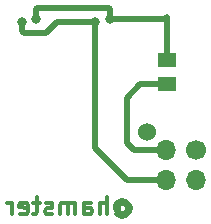
<source format=gbr>
G04 #@! TF.GenerationSoftware,KiCad,Pcbnew,(5.0.0-rc2-dev-321-g78161b592)*
G04 #@! TF.CreationDate,2018-07-11T23:16:50-06:00*
G04 #@! TF.ProjectId,dc801_sheep,64633830315F73686565702E6B696361,rev?*
G04 #@! TF.SameCoordinates,Original*
G04 #@! TF.FileFunction,Copper,L2,Bot,Signal*
G04 #@! TF.FilePolarity,Positive*
%FSLAX46Y46*%
G04 Gerber Fmt 4.6, Leading zero omitted, Abs format (unit mm)*
G04 Created by KiCad (PCBNEW (5.0.0-rc2-dev-321-g78161b592)) date 07/11/18 23:16:50*
%MOMM*%
%LPD*%
G01*
G04 APERTURE LIST*
%ADD10C,0.300000*%
%ADD11R,1.500000X1.145000*%
%ADD12O,1.700000X1.700000*%
%ADD13C,1.700000*%
%ADD14C,1.524000*%
%ADD15C,0.800000*%
%ADD16C,0.500000*%
G04 APERTURE END LIST*
D10*
X148028571Y-95564285D02*
X148100000Y-95492857D01*
X148242857Y-95421428D01*
X148385714Y-95421428D01*
X148528571Y-95492857D01*
X148600000Y-95564285D01*
X148671428Y-95707142D01*
X148671428Y-95850000D01*
X148600000Y-95992857D01*
X148528571Y-96064285D01*
X148385714Y-96135714D01*
X148242857Y-96135714D01*
X148100000Y-96064285D01*
X148028571Y-95992857D01*
X148028571Y-95421428D02*
X148028571Y-95992857D01*
X147957142Y-96064285D01*
X147885714Y-96064285D01*
X147742857Y-95992857D01*
X147671428Y-95850000D01*
X147671428Y-95492857D01*
X147814285Y-95278571D01*
X148028571Y-95135714D01*
X148314285Y-95064285D01*
X148600000Y-95135714D01*
X148814285Y-95278571D01*
X148957142Y-95492857D01*
X149028571Y-95778571D01*
X148957142Y-96064285D01*
X148814285Y-96278571D01*
X148600000Y-96421428D01*
X148314285Y-96492857D01*
X148028571Y-96421428D01*
X147814285Y-96278571D01*
X147028571Y-96278571D02*
X147028571Y-94778571D01*
X146385714Y-96278571D02*
X146385714Y-95492857D01*
X146457142Y-95350000D01*
X146600000Y-95278571D01*
X146814285Y-95278571D01*
X146957142Y-95350000D01*
X147028571Y-95421428D01*
X145028571Y-96278571D02*
X145028571Y-95492857D01*
X145100000Y-95350000D01*
X145242857Y-95278571D01*
X145528571Y-95278571D01*
X145671428Y-95350000D01*
X145028571Y-96207142D02*
X145171428Y-96278571D01*
X145528571Y-96278571D01*
X145671428Y-96207142D01*
X145742857Y-96064285D01*
X145742857Y-95921428D01*
X145671428Y-95778571D01*
X145528571Y-95707142D01*
X145171428Y-95707142D01*
X145028571Y-95635714D01*
X144314285Y-96278571D02*
X144314285Y-95278571D01*
X144314285Y-95421428D02*
X144242857Y-95350000D01*
X144100000Y-95278571D01*
X143885714Y-95278571D01*
X143742857Y-95350000D01*
X143671428Y-95492857D01*
X143671428Y-96278571D01*
X143671428Y-95492857D02*
X143600000Y-95350000D01*
X143457142Y-95278571D01*
X143242857Y-95278571D01*
X143100000Y-95350000D01*
X143028571Y-95492857D01*
X143028571Y-96278571D01*
X142385714Y-96207142D02*
X142242857Y-96278571D01*
X141957142Y-96278571D01*
X141814285Y-96207142D01*
X141742857Y-96064285D01*
X141742857Y-95992857D01*
X141814285Y-95850000D01*
X141957142Y-95778571D01*
X142171428Y-95778571D01*
X142314285Y-95707142D01*
X142385714Y-95564285D01*
X142385714Y-95492857D01*
X142314285Y-95350000D01*
X142171428Y-95278571D01*
X141957142Y-95278571D01*
X141814285Y-95350000D01*
X141314285Y-95278571D02*
X140742857Y-95278571D01*
X141100000Y-94778571D02*
X141100000Y-96064285D01*
X141028571Y-96207142D01*
X140885714Y-96278571D01*
X140742857Y-96278571D01*
X139671428Y-96207142D02*
X139814285Y-96278571D01*
X140100000Y-96278571D01*
X140242857Y-96207142D01*
X140314285Y-96064285D01*
X140314285Y-95492857D01*
X140242857Y-95350000D01*
X140100000Y-95278571D01*
X139814285Y-95278571D01*
X139671428Y-95350000D01*
X139600000Y-95492857D01*
X139600000Y-95635714D01*
X140314285Y-95778571D01*
X138957142Y-96278571D02*
X138957142Y-95278571D01*
X138957142Y-95564285D02*
X138885714Y-95421428D01*
X138814285Y-95350000D01*
X138671428Y-95278571D01*
X138528571Y-95278571D01*
D11*
X152070000Y-85282500D03*
X152070000Y-83197500D03*
D12*
X152010000Y-93370000D03*
X152010000Y-90830000D03*
X154550000Y-93370000D03*
D13*
X154550000Y-90830000D03*
D14*
X150376780Y-89323780D03*
D15*
X141010000Y-79710000D03*
X147250000Y-79710000D03*
X139790000Y-79980000D03*
X146000000Y-79970000D03*
D16*
X141010000Y-78900000D02*
X141010000Y-79710000D01*
X141100000Y-78810000D02*
X141010000Y-78900000D01*
X147180000Y-78810000D02*
X141100000Y-78810000D01*
X147250000Y-78880000D02*
X147180000Y-78810000D01*
X147250000Y-79710000D02*
X147250000Y-78880000D01*
X151960000Y-79710000D02*
X147250000Y-79710000D01*
X152070000Y-79600000D02*
X151960000Y-79710000D01*
X152070000Y-83197500D02*
X152070000Y-79600000D01*
X139790000Y-80720000D02*
X139790000Y-79980000D01*
X140010000Y-80940000D02*
X139790000Y-80720000D01*
X141820000Y-80940000D02*
X140010000Y-80940000D01*
X142790000Y-79970000D02*
X141820000Y-80940000D01*
X146000000Y-79970000D02*
X142790000Y-79970000D01*
X145990000Y-79980000D02*
X146000000Y-79970000D01*
X145990000Y-90650000D02*
X145990000Y-79980000D01*
X148710000Y-93370000D02*
X145990000Y-90650000D01*
X152010000Y-93370000D02*
X148710000Y-93370000D01*
X148700000Y-86410000D02*
X149827500Y-85282500D01*
X149827500Y-85282500D02*
X152070000Y-85282500D01*
X148700000Y-90220000D02*
X148700000Y-86410000D01*
X149310000Y-90830000D02*
X148700000Y-90220000D01*
X152010000Y-90830000D02*
X149310000Y-90830000D01*
M02*

</source>
